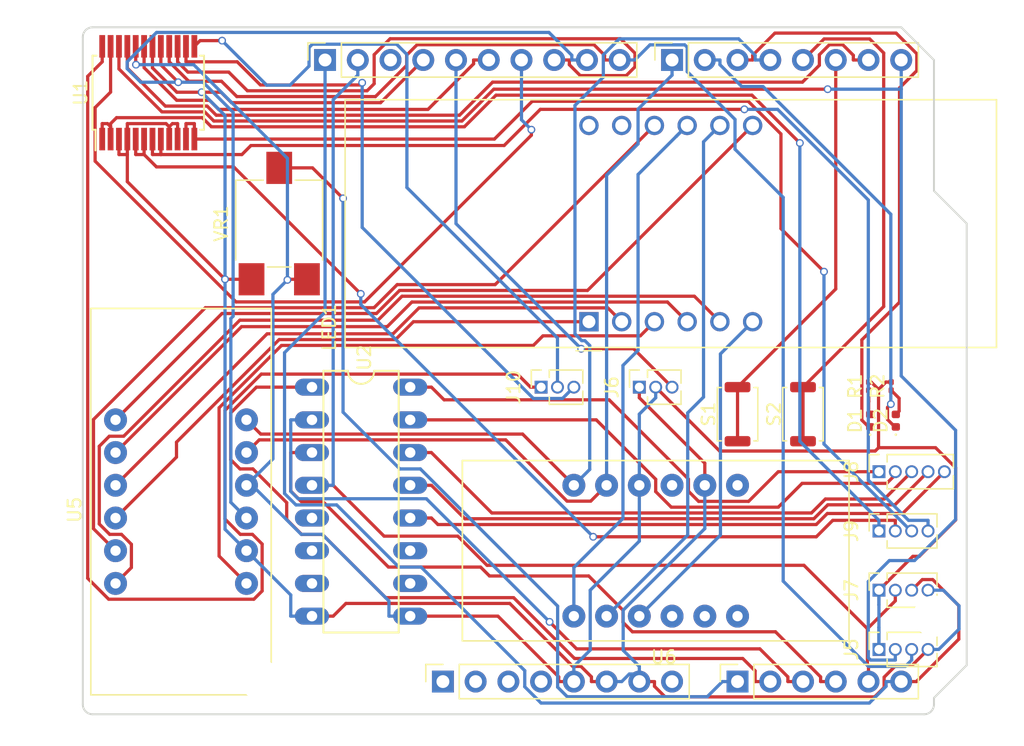
<source format=kicad_pcb>
(kicad_pcb (version 20221018) (generator pcbnew)
  (title_block (date "mar. 31 mars 2015"))
  (layers (0 "F.Cu" signal) (31 "B.Cu" signal) (34 "B.Paste" user) (35 "F.Paste" user) (36 "B.SilkS" user "B.Silkscreen") (37 "F.SilkS" user "F.Silkscreen") (38 "B.Mask" user) (39 "F.Mask" user) (44 "Edge.Cuts" user))
  (net 0 "")
  (net 1 "GND")
  (net 3 "+5V")
  (net 4 "/IOREF")
  (net 5 "/A0")
  (net 6 "/A1")
  (net 7 "/A2")
  (net 8 "/A3")
  (net 9 "/SDA{slash}A4")
  (net 10 "/SCL{slash}A5")
  (net 11 "/13")
  (net 12 "/12")
  (net 13 "/AREF")
  (net 14 "/8")
  (net 15 "/7")
  (net 16 "/*11")
  (net 17 "/*10")
  (net 18 "/*9")
  (net 19 "/4")
  (net 20 "/2")
  (net 21 "/*6")
  (net 22 "/*5")
  (net 23 "/TX{slash}1")
  (net 24 "/*3")
  (net 25 "/RX{slash}0")
  (net 26 "+3V3")
  (net 27 "VCC")
  (net 28 "/~{RESET}")
  (net 29 "Net-(D1-Pad2)")
  (net 30 "Net-(D2-Pad2)")
  (net 31 "Net-(J8-Pin_1)")
  (net 32 "Net-(J8-Pin_2)")
  (net 33 "Net-(J8-Pin_3)")
  (net 34 "Net-(J8-Pin_4)")
  (net 35 "Net-(J8-Pin_5)")
  (net 36 "Net-(J9-Pin_1)")
  (net 37 "Net-(J9-Pin_2)")
  (net 38 "Net-(J9-Pin_3)")
  (net 39 "Net-(J9-Pin_4)")
  (net 40 "Net-(J10-Pin_1)")
  (net 41 "Net-(J10-Pin_2)")
  (net 42 "Net-(J10-Pin_3)")
  (net 43 "Net-(LED1-E)")
  (net 44 "Net-(LED1-D)")
  (net 45 "Net-(LED1-DP)")
  (net 46 "Net-(LED1-C)")
  (net 47 "Net-(LED1-G)")
  (net 48 "Net-(LED1-DIG4)")
  (net 49 "Net-(LED1-B)")
  (net 50 "Net-(LED1-DIG3)")
  (net 51 "Net-(LED1-DIG2)")
  (net 52 "Net-(LED1-F)")
  (net 53 "Net-(LED1-A)")
  (net 54 "Net-(LED1-DIG1)")
  (net 59 "Net-(U5-A)")
  (footprint "Connector_PinSocket_2.54mm:PinSocket_1x08_P2.54mm_Vertical" (layer "F.Cu") (at 127.94 97.46 90)
    (fp_text reference "J1" hide)
    (fp_text value "Power")
  )
  (footprint "Connector_PinSocket_2.54mm:PinSocket_1x06_P2.54mm_Vertical" (layer "F.Cu") (at 150.8 97.46 90)
    (fp_text reference "J3" hide)
    (fp_text value "Analog")
  )
  (footprint "Connector_PinSocket_2.54mm:PinSocket_1x10_P2.54mm_Vertical" (layer "F.Cu") (at 118.796 49.2 90)
    (fp_text reference "J2" hide)
    (fp_text value "Digital/PWM")
  )
  (footprint "Connector_PinSocket_2.54mm:PinSocket_1x08_P2.54mm_Vertical" (layer "F.Cu") (at 145.72 49.2 90)
    (fp_text reference "J4" hide)
    (fp_text value "Digital/PWM")
  )
  (footprint "ULN2003A:DIL16" (layer "F.Cu") (at 121.59 83.49 -90)
    (fp_text reference "U2")
    (fp_text value "ULN2003")
  )
  (footprint "Connector_PinSocket_1.27mm:PinSocket_1x05_P1.27mm_Vertical" (layer "F.Cu") (at 161.7713 81.1662 90)
    (fp_text reference "J8")
    (fp_text value "Conn_01x05_Socket")
  )
  (footprint "Display_7Segment:CA56-12CGKWA" (layer "F.Cu") (at 139.2713 69.5212 90)
    (fp_text reference "LED1")
    (fp_text value "LDQ-M3604RI")
  )
  (footprint "LDQ-M3604RI (1):LDQ-M3604RI" (layer "F.Cu") (at 107.62 83.49 -90)
    (fp_text reference "U5")
    (fp_text value "MC74HC595AD")
  )
  (footprint "Connector_PinSocket_1.27mm:PinSocket_1x03_P1.27mm_Vertical" (layer "F.Cu") (at 143.18 74.6 90)
    (fp_text reference "J6")
    (fp_text value "Conn_01x03_Socket")
  )
  (footprint "Button_Switch_SMD:SW_Push_SPST_NO_Alps_SKRK" (layer "F.Cu") (at 155.88 76.7 90)
    (fp_text reference "S2")
    (fp_text value "8-1437565-1")
  )
  (footprint "Arduino_MountingHole:MountingHole_3.2mm" (layer "F.Cu") (at 115.24 49.2)
    (fp_text reference "MH1" hide)
    (fp_text value "MountingHole_3.2mm" hide)
  )
  (footprint "Resistor_SMD:R_0201_0603Metric" (layer "F.Cu") (at 162.7213 74.5262 90)
    (fp_text reference "R2")
    (fp_text value "RC0603JR-071KL")
  )
  (footprint "Potentiometer_SMD:Potentiometer_ACP_CA6-VSMD_Vertical" (layer "F.Cu") (at 115.24 61.9 90)
    (fp_text reference "VR1")
    (fp_text value "3362P-1-103LF")
  )
  (footprint "Resistor_SMD:R_0201_0603Metric" (layer "F.Cu") (at 160.9713 74.5262 90)
    (fp_text reference "R1")
    (fp_text value "RC0603JR-071KL")
  )
  (footprint "Package_SO:SSOP-24_5.3x8.2mm_P0.65mm" (layer "F.Cu") (at 105.08 51.74 90)
    (fp_text reference "U1")
    (fp_text value "TB6612FNG")
  )
  (footprint "Button_Switch_SMD:SW_Push_SPST_NO_Alps_SKRK" (layer "F.Cu") (at 150.8 76.7 90)
    (fp_text reference "S1")
    (fp_text value "8-1437565-1")
  )
  (footprint "LDQ-M3604RI (1):LDQ-M3604RI" (layer "F.Cu") (at 144.45 87.3)
    (fp_text reference "U6")
    (fp_text value "MC74HC595AD")
  )
  (footprint "Connector_PinSocket_1.27mm:PinSocket_1x03_P1.27mm_Vertical" (layer "F.Cu") (at 135.56 74.6 90)
    (fp_text reference "J10")
    (fp_text value "Conn_01x03_Socket")
  )
  (footprint "Connector_PinSocket_1.27mm:PinSocket_1x04_P1.27mm_Vertical" (layer "F.Cu") (at 161.7713 90.3662 90)
    (fp_text reference "J7")
    (fp_text value "Conn_01x04_Socket")
  )
  (footprint "Connector_PinSocket_1.27mm:PinSocket_1x04_P1.27mm_Vertical" (layer "F.Cu") (at 161.7713 85.7662 90)
    (fp_text reference "J9")
    (fp_text value "Conn_01x04_Socket")
  )
  (footprint "LED_SMD:LED_0402_1005Metric" (layer "F.Cu") (at 163.0813 77.2012 90)
    (fp_text reference "D2")
    (fp_text value "LTST-C193TGKT-5A")
  )
  (footprint "Arduino_MountingHole:MountingHole_3.2mm" (layer "F.Cu") (at 113.97 97.46)
    (fp_text reference "MH2" hide)
    (fp_text value "MountingHole_3.2mm" hide)
  )
  (footprint "LED_SMD:LED_0402_1005Metric" (layer "F.Cu") (at 161.0913 77.2012 90)
    (fp_text reference "D1")
    (fp_text value "LTST-C193TGKT-5A")
  )
  (footprint "Arduino_MountingHole:MountingHole_3.2mm" (layer "F.Cu") (at 166.04 64.44)
    (fp_text reference "MH3" hide)
    (fp_text value "MountingHole_3.2mm" hide)
  )
  (footprint "Arduino_MountingHole:MountingHole_3.2mm" (layer "F.Cu") (at 166.04 92.38)
    (fp_text reference "MH4" hide)
    (fp_text value "MountingHole_3.2mm" hide)
  )
  (footprint "Connector_PinSocket_1.27mm:PinSocket_1x04_P1.27mm_Vertical" (layer "F.Cu") (at 161.7713 94.9662 90)
    (fp_text reference "J5")
    (fp_text value "Conn_01x04_Socket")
  )
  (gr_line (start 166.04 59.36) (end 168.58 61.9) (stroke (width 0.15)) (layer "Edge.Cuts"))
  (gr_line (start 100 99.238) (end 100 47.422) (stroke (width 0.15)) (layer "Edge.Cuts"))
  (gr_line (start 168.58 61.9) (end 168.58 96.19) (stroke (width 0.15)) (layer "Edge.Cuts"))
  (gr_line (start 165.278 100) (end 100.762 100) (stroke (width 0.15)) (layer "Edge.Cuts"))
  (gr_line (start 100.762 46.66) (end 163.5 46.66) (stroke (width 0.15)) (layer "Edge.Cuts"))
  (gr_arc (start 100.762 100) (mid 100.223185 99.776815) (end 100 99.238) (stroke (width 0.15)) (layer "Edge.Cuts"))
  (gr_line (start 168.58 96.19) (end 166.04 98.73) (stroke (width 0.15)) (layer "Edge.Cuts"))
  (gr_line (start 163.5 46.66) (end 166.04 49.2) (stroke (width 0.15)) (layer "Edge.Cuts"))
  (gr_arc (start 166.04 99.238) (mid 165.816815 99.776815) (end 165.278 100) (stroke (width 0.15)) (layer "Edge.Cuts"))
  (gr_line (start 166.04 49.2) (end 166.04 59.36) (stroke (width 0.15)) (layer "Edge.Cuts"))
  (gr_line (start 166.04 98.73) (end 166.04 99.238) (stroke (width 0.15)) (layer "Edge.Cuts"))
  (gr_arc (start 100 47.422) (mid 100.223185 46.883185) (end 100.762 46.66) (stroke (width 0.15)) (layer "Edge.Cuts"))
  (segment (start 105.405 49.8107) (end 107.296 51.7019) (width 0.25) (layer "F.Cu") (net 1))
  (segment (start 143.18 97.46) (end 144.355 97.46) (width 0.25) (layer "F.Cu") (net 1))
  (segment (start 102.805 55.34) (end 102.805 56.5401) (width 0.25) (layer "F.Cu") (net 1))
  (segment (start 102.805 56.5401) (end 103.455 56.5401) (width 0.25) (layer "F.Cu") (net 1))
  (segment (start 143.18 75.4251) (end 148.26 80.5051) (width 0.25) (layer "F.Cu") (net 1))
  (segment (start 145.178 98.6485) (end 161.438 98.6485) (width 0.25) (layer "F.Cu") (net 1))
  (segment (start 106.461 54.1399) (end 106.705 54.3836) (width 0.25) (layer "F.Cu") (net 1))
  (segment (start 148.26 80.5051) (end 148.26 82.22) (width 0.25) (layer "F.Cu") (net 1))
  (segment (start 105.405 48.14) (end 105.405 49.8107) (width 0.25) (layer "F.Cu") (net 1))
  (segment (start 113.09 66.225) (end 111.035 66.225) (width 0.25) (layer "F.Cu") (net 1))
  (segment (start 139.465 97.46) (end 140.64 97.46) (width 0.25) (layer "F.Cu") (net 1))
  (segment (start 103.455 56.5401) (end 103.455 58.6447) (width 0.25) (layer "F.Cu") (net 1))
  (segment (start 162.173 97.9139) (end 162.173 97.1193) (width 0.25) (layer "F.Cu") (net 1))
  (segment (start 143.18 74.6) (end 143.18 75.4251) (width 0.25) (layer "F.Cu") (net 1))
  (segment (start 126.416 49.2) (end 123.103 52.513) (width 0.25) (layer "F.Cu") (net 1))
  (segment (start 123.103 52.513) (end 111.536 52.513) (width 0.25) (layer "F.Cu") (net 1))
  (segment (start 163.097 96.1949) (end 164.353 96.1949) (width 0.25) (layer "F.Cu") (net 1))
  (segment (start 107.355 54.1399) (end 106.949 54.1399) (width 0.25) (layer "F.Cu") (net 1))
  (segment (start 120.412 91.3944) (end 133.128 91.3944) (width 0.25) (layer "F.Cu") (net 1))
  (segment (start 103.455 54.1399) (end 106.461 54.1399) (width 0.25) (layer "F.Cu") (net 1))
  (segment (start 103.455 56.5401) (end 103.455 55.34) (width 0.25) (layer "F.Cu") (net 1))
  (segment (start 162.173 97.1193) (end 163.097 96.1949) (width 0.25) (layer "F.Cu") (net 1))
  (segment (start 138.012 96.2787) (end 138.649 96.2787) (width 0.25) (layer "F.Cu") (net 1))
  (segment (start 106.705 54.3836) (end 106.705 55.34) (width 0.25) (layer "F.Cu") (net 1))
  (segment (start 103.455 58.6447) (end 111.035 66.225) (width 0.25) (layer "F.Cu") (net 1))
  (segment (start 109.22 51.7019) (end 109.22 51.702) (width 0.25) (layer "F.Cu") (net 1))
  (segment (start 107.355 55.34) (end 107.355 54.1399) (width 0.25) (layer "F.Cu") (net 1))
  (segment (start 164.353 96.1949) (end 165.581 94.9662) (width 0.25) (layer "F.Cu") (net 1))
  (segment (start 117.78 92.38) (end 119.426 92.38) (width 0.25) (layer "F.Cu") (net 1))
  (segment (start 138.649 96.2787) (end 139.465 97.0948) (width 0.25) (layer "F.Cu") (net 1))
  (segment (start 110.725 51.702) (end 109.22 51.702) (width 0.25) (layer "F.Cu") (net 1))
  (segment (start 144.355 97.8253) (end 145.178 98.6485) (width 0.25) (layer "F.Cu") (net 1))
  (segment (start 103.455 55.34) (end 103.455 54.1399) (width 0.25) (layer "F.Cu") (net 1))
  (segment (start 119.426 92.38) (end 120.412 91.3944) (width 0.25) (layer "F.Cu") (net 1))
  (segment (start 111.536 52.513) (end 110.725 51.702) (width 0.25) (layer "F.Cu") (net 1))
  (segment (start 165.5813 94.9662) (end 165.581 94.9662) (width 0.25) (layer "F.Cu") (net 1))
  (segment (start 107.296 51.7019) (end 109.22 51.7019) (width 0.25) (layer "F.Cu") (net 1))
  (segment (start 139.465 97.0948) (end 139.465 97.46) (width 0.25) (layer "F.Cu") (net 1))
  (segment (start 144.355 97.46) (end 144.355 97.8253) (width 0.25) (layer "F.Cu") (net 1))
  (segment (start 161.438 98.6485) (end 162.173 97.9139) (width 0.25) (layer "F.Cu") (net 1))
  (segment (start 133.128 91.3944) (end 138.012 96.2787) (width 0.25) (layer "F.Cu") (net 1))
  (segment (start 106.949 54.1399) (end 106.705 54.3836) (width 0.25) (layer "F.Cu") (net 1))
  (via (at 111.035 66.225) (size 0.6) (drill 0.4) (layers "F.Cu" "B.Cu") (net 1))
  (via (at 109.22 51.702) (size 0.6) (drill 0.4) (layers "F.Cu" "B.Cu") (net 1))
  (segment (start 111.035 85.6353) (end 111.035 66.225) (width 0.25) (layer "B.Cu") (net 1))
  (segment (start 116.134 92.38) (end 117.78 92.38) (width 0.25) (layer "B.Cu") (net 1))
  (segment (start 116.134 90.7341) (end 116.134 92.38) (width 0.25) (layer "B.Cu") (net 1))
  (segment (start 143.18 97.46) (end 143.18 96.8724) (width 0.25) (layer "B.Cu") (net 1))
  (segment (start 167.985 93.388) (end 167.985 91.5822) (width 0.25) (layer "B.Cu") (net 1))
  (segment (start 166.406 94.9662) (end 167.985 93.388) (width 0.25) (layer "B.Cu") (net 1))
  (segment (start 112.7 87.3) (end 116.134 90.7341) (width 0.25) (layer "B.Cu") (net 1))
  (segment (start 112.7 87.3) (end 111.035 85.6353) (width 0.25) (layer "B.Cu") (net 1))
  (segment (start 165.5813 90.3662) (end 165.581 90.3662) (width 0.25) (layer "B.Cu") (net 1))
  (segment (start 143.18 96.8724) (end 143.18 96.2849) (width 0.25) (layer "B.Cu") (net 1))
  (segment (start 165.5813 94.9662) (end 166.406 94.9662) (width 0.25) (layer "B.Cu") (net 1))
  (segment (start 142.403 96.8724) (end 143.18 96.8724) (width 0.25) (layer "B.Cu") (net 1))
  (segment (start 141.927 91.9159) (end 148.26 85.583) (width 0.25) (layer "B.Cu") (net 1))
  (segment (start 148.26 85.583) (end 148.26 82.22) (width 0.25) (layer "B.Cu") (net 1))
  (segment (start 141.927 95.032) (end 141.927 91.9159) (width 0.25) (layer "B.Cu") (net 1))
  (segment (start 141.815 97.46) (end 142.403 96.8724) (width 0.25) (layer "B.Cu") (net 1))
  (segment (start 140.64 97.46) (end 141.815 97.46) (width 0.25) (layer "B.Cu") (net 1))
  (segment (start 111.035 53.5168) (end 109.22 51.702) (width 0.25) (layer "B.Cu") (net 1))
  (segment (start 143.18 96.2849) (end 141.927 95.032) (width 0.25) (layer "B.Cu") (net 1))
  (segment (start 166.769 90.3662) (end 165.5813 90.3662) (width 0.25) (layer "B.Cu") (net 1))
  (segment (start 165.581 94.9662) (end 165.5813 94.9662) (width 0.25) (layer "B.Cu") (net 1))
  (segment (start 111.035 66.225) (end 111.035 53.5168) (width 0.25) (layer "B.Cu") (net 1))
  (segment (start 167.985 91.5822) (end 166.769 90.3662) (width 0.25) (layer "B.Cu") (net 1))
  (segment (start 164.4 87.7377) (end 164.902 87.7377) (width 0.25) (layer "F.Cu") (net 3))
  (segment (start 161.169 74.2062) (end 160.9713 74.2062) (width 0.25) (layer "F.Cu") (net 3))
  (segment (start 125.4 92.38) (end 132.21 92.38) (width 0.25) (layer "F.Cu") (net 3))
  (segment (start 136.925 97.0948) (end 136.925 97.46) (width 0.25) (layer "F.Cu") (net 3))
  (segment (start 104.125 49.3598) (end 104.125 49.563) (width 0.25) (layer "F.Cu") (net 3))
  (segment (start 104.105 49.3401) (end 104.125 49.3598) (width 0.25) (layer "F.Cu") (net 3))
  (segment (start 161.74 79.3008) (end 161.482 79.5593) (width 0.25) (layer "F.Cu") (net 3))
  (segment (start 167.72 80.8551) (end 166.166 79.3008) (width 0.25) (layer "F.Cu") (net 3))
  (segment (start 162.312 74.2062) (end 162.721 74.2062) (width 0.25) (layer "F.Cu") (net 3))
  (segment (start 161.482 79.5593) (end 149.409 79.5593) (width 0.25) (layer "F.Cu") (net 3))
  (segment (start 161.74 74.7774) (end 162.312 74.2062) (width 0.25) (layer "F.Cu") (net 3))
  (segment (start 104.105 48.14) (end 104.105 49.3401) (width 0.25) (layer "F.Cu") (net 3))
  (segment (start 161.74 79.3008) (end 161.74 74.7774) (width 0.25) (layer "F.Cu") (net 3))
  (segment (start 161.771 90.3662) (end 161.7712 90.3661) (width 0.25) (layer "F.Cu") (net 3))
  (segment (start 167.72 84.9193) (end 167.72 80.8551) (width 0.25) (layer "F.Cu") (net 3))
  (segment (start 161.7713 90.3662) (end 161.7712 90.3661) (width 0.25) (layer "F.Cu") (net 3))
  (segment (start 132.21 92.38) (end 136.925 97.0948) (width 0.25) (layer "F.Cu") (net 3))
  (segment (start 161.7712 90.3661) (end 164.4 87.7377) (width 0.25) (layer "F.Cu") (net 3))
  (segment (start 164.902 87.7377) (end 167.72 84.9193) (width 0.25) (layer "F.Cu") (net 3))
  (segment (start 116.065 66.225) (end 116.019 66.2711) (width 0.25) (layer "F.Cu") (net 3))
  (segment (start 161.74 74.7774) (end 161.169 74.2062) (width 0.25) (layer "F.Cu") (net 3))
  (segment (start 149.409 79.5593) (end 144.45 74.6) (width 0.25) (layer "F.Cu") (net 3))
  (segment (start 117.39 66.225) (end 116.065 66.225) (width 0.25) (layer "F.Cu") (net 3))
  (segment (start 136.925 97.46) (end 138.1 97.46) (width 0.25) (layer "F.Cu") (net 3))
  (segment (start 116.019 66.2711) (end 115.877 66.2711) (width 0.25) (layer "F.Cu") (net 3))
  (segment (start 166.166 79.3008) (end 161.74 79.3008) (width 0.25) (layer "F.Cu") (net 3))
  (segment (start 162.721 74.2062) (end 162.7213 74.2062) (width 0.25) (layer "F.Cu") (net 3))
  (segment (start 160.9713 74.2062) (end 160.971 74.2062) (width 0.25) (layer "F.Cu") (net 3))
  (via (at 115.877 66.2711) (size 0.6) (drill 0.4) (layers "F.Cu" "B.Cu") (net 3))
  (via (at 104.125 49.563) (size 0.6) (drill 0.4) (layers "F.Cu" "B.Cu") (net 3))
  (segment (start 161.771 91.5162) (end 161.7713 91.5159) (width 0.25) (layer "B.Cu") (net 3))
  (segment (start 115.877 56.8358) (end 108.604 49.563) (width 0.25) (layer "B.Cu") (net 3))
  (segment (start 112.7 82.22) (end 112.919 82.001) (width 0.25) (layer "B.Cu") (net 3))
  (segment (start 161.7713 93.2415) (end 161.7713 94.9662) (width 0.25) (layer "B.Cu") (net 3))
  (segment (start 161.7713 91.5159) (end 161.7713 90.3662) (width 0.25) (layer "B.Cu") (net 3))
  (segment (start 118.573 86.0267) (end 123.754 91.2079) (width 0.25) (layer "B.Cu") (net 3))
  (segment (start 143.18 86.555) (end 143.18 82.22) (width 0.25) (layer "B.Cu") (net 3))
  (segment (start 143.18 76.6951) (end 143.18 82.22) (width 0.25) (layer "B.Cu") (net 3))
  (segment (start 114.752 67.3962) (end 114.752 80.1679) (width 0.25) (layer "B.Cu") (net 3))
  (segment (start 108.604 49.563) (end 104.125 49.563) (width 0.25) (layer "B.Cu") (net 3))
  (segment (start 123.754 92.38) (end 125.4 92.38) (width 0.25) (layer "B.Cu") (net 3))
  (segment (start 144.45 74.6) (end 144.45 75.4251) (width 0.25) (layer "B.Cu") (net 3))
  (segment (start 112.919 82.001) (end 116.945 86.0267) (width 0.25) (layer "B.Cu") (net 3))
  (segment (start 161.771 90.3662) (end 161.771 91.5162) (width 0.25) (layer "B.Cu") (net 3))
  (segment (start 114.752 80.1679) (end 112.919 82.001) (width 0.25) (layer "B.Cu") (net 3))
  (segment (start 161.771 93.2412) (end 161.7713 93.2415) (width 0.25) (layer "B.Cu") (net 3))
  (segment (start 161.771 93.2412) (end 161.771 94.9662) (width 0.25) (layer "B.Cu") (net 3))
  (segment (start 138.1 96.2849) (end 139.37 95.0149) (width 0.25) (layer "B.Cu") (net 3))
  (segment (start 116.945 86.0267) (end 118.573 86.0267) (width 0.25) (layer "B.Cu") (net 3))
  (segment (start 139.37 95.0149) (end 139.37 90.365) (width 0.25) (layer "B.Cu") (net 3))
  (segment (start 123.754 91.2079) (end 123.754 92.38) (width 0.25) (layer "B.Cu") (net 3))
  (segment (start 115.877 66.2711) (end 114.752 67.3962) (width 0.25) (layer "B.Cu") (net 3))
  (segment (start 138.1 97.46) (end 138.1 96.2849) (width 0.25) (layer "B.Cu") (net 3))
  (segment (start 161.771 91.5162) (end 161.771 93.2412) (width 0.25) (layer "B.Cu") (net 3))
  (segment (start 144.45 75.4251) (end 143.18 76.6951) (width 0.25) (layer "B.Cu") (net 3))
  (segment (start 115.877 66.2711) (end 115.877 56.8358) (width 0.25) (layer "B.Cu") (net 3))
  (segment (start 139.37 90.365) (end 143.18 86.555) (width 0.25) (layer "B.Cu") (net 3))
  (segment (start 115.24 57.575) (end 117.823 57.575) (width 0.25) (layer "F.Cu") (net 5))
  (segment (start 117.823 57.575) (end 120.192 59.9442) (width 0.25) (layer "F.Cu") (net 5))
  (via (at 120.192 59.9442) (size 0.6) (drill 0.4) (layers "F.Cu" "B.Cu") (net 5))
  (segment (start 136.841 97.8916) (end 136.841 91.5995) (width 0.25) (layer "B.Cu") (net 5))
  (segment (start 137.584 98.6351) (end 136.841 97.8916) (width 0.25) (layer "B.Cu") (net 5))
  (segment (start 136.841 91.5995) (end 126.191 80.95) (width 0.25) (layer "B.Cu") (net 5))
  (segment (start 124.599 80.95) (end 120.192 76.5435) (width 0.25) (layer "B.Cu") (net 5))
  (segment (start 148.45 98.6351) (end 137.584 98.6351) (width 0.25) (layer "B.Cu") (net 5))
  (segment (start 149.625 97.46) (end 148.45 98.6351) (width 0.25) (layer "B.Cu") (net 5))
  (segment (start 150.8 97.46) (end 149.625 97.46) (width 0.25) (layer "B.Cu") (net 5))
  (segment (start 120.192 76.5435) (end 120.192 59.9442) (width 0.25) (layer "B.Cu") (net 5))
  (segment (start 126.191 80.95) (end 124.599 80.95) (width 0.25) (layer "B.Cu") (net 5))
  (segment (start 111.48 80.2363) (end 111.48 76.5918) (width 0.25) (layer "F.Cu") (net 6))
  (segment (start 115.819 83.5679) (end 113.201 80.95) (width 0.25) (layer "F.Cu") (net 6))
  (segment (start 113.201 80.95) (end 112.194 80.95) (width 0.25) (layer "F.Cu") (net 6))
  (segment (start 153.34 97.46) (end 152.165 97.46) (width 0.25) (layer "F.Cu") (net 6))
  (segment (start 111.48 76.5918) (end 113.472 74.6) (width 0.25) (layer "F.Cu") (net 6))
  (segment (start 116.973 86.03) (end 115.819 84.876) (width 0.25) (layer "F.Cu") (net 6))
  (segment (start 123.497 90.9442) (end 118.583 86.03) (width 0.25) (layer "F.Cu") (net 6))
  (segment (start 113.472 74.6) (end 117.78 74.6) (width 0.25) (layer "F.Cu") (net 6))
  (segment (start 118.583 86.03) (end 116.973 86.03) (width 0.25) (layer "F.Cu") (net 6))
  (segment (start 133.427 90.9442) (end 123.497 90.9442) (width 0.25) (layer "F.Cu") (net 6))
  (segment (start 151.205 95.6694) (end 138.152 95.6694) (width 0.25) (layer "F.Cu") (net 6))
  (segment (start 152.165 97.46) (end 152.165 96.629) (width 0.25) (layer "F.Cu") (net 6))
  (segment (start 115.819 84.876) (end 115.819 83.5679) (width 0.25) (layer "F.Cu") (net 6))
  (segment (start 112.194 80.95) (end 111.48 80.2363) (width 0.25) (layer "F.Cu") (net 6))
  (segment (start 138.152 95.6694) (end 133.427 90.9442) (width 0.25) (layer "F.Cu") (net 6))
  (segment (start 152.165 96.629) (end 151.205 95.6694) (width 0.25) (layer "F.Cu") (net 6))
  (segment (start 138.315 94.9223) (end 152.532 94.9223) (width 0.25) (layer "F.Cu") (net 7))
  (segment (start 154.705 97.0948) (end 154.705 97.46) (width 0.25) (layer "F.Cu") (net 7))
  (segment (start 154.705 97.46) (end 155.88 97.46) (width 0.25) (layer "F.Cu") (net 7))
  (segment (start 152.532 94.9223) (end 154.705 97.0948) (width 0.25) (layer "F.Cu") (net 7))
  (segment (start 136.216 92.8226) (end 138.315 94.9223) (width 0.25) (layer "F.Cu") (net 7))
  (via (at 136.216 92.8226) (size 0.6) (drill 0.4) (layers "F.Cu" "B.Cu") (net 7))
  (segment (start 116.134 77.14) (end 116.134 82.6916) (width 0.25) (layer "B.Cu") (net 7))
  (segment (start 116.134 82.6916) (end 116.708 83.2659) (width 0.25) (layer "B.Cu") (net 7))
  (segment (start 126.659 83.2659) (end 136.216 92.8226) (width 0.25) (layer "B.Cu") (net 7))
  (segment (start 117.78 77.14) (end 116.134 77.14) (width 0.25) (layer "B.Cu") (net 7))
  (segment (start 116.708 83.2659) (end 126.659 83.2659) (width 0.25) (layer "B.Cu") (net 7))
  (segment (start 141.91 92.8607) (end 141.91 91.9175) (width 0.25) (layer "F.Cu") (net 8))
  (segment (start 141.91 91.9175) (end 139.254 89.2612) (width 0.25) (layer "F.Cu") (net 8))
  (segment (start 153.744 93.5942) (end 142.644 93.5942) (width 0.25) (layer "F.Cu") (net 8))
  (segment (start 158.42 97.46) (end 157.245 97.46) (width 0.25) (layer "F.Cu") (net 8))
  (segment (start 131.555 89.2612) (end 130.863 88.57) (width 0.25) (layer "F.Cu") (net 8))
  (segment (start 116.134 82.666) (end 116.134 79.68) (width 0.25) (layer "F.Cu") (net 8))
  (segment (start 118.634 83.49) (end 116.958 83.49) (width 0.25) (layer "F.Cu") (net 8))
  (segment (start 116.134 79.68) (end 117.78 79.68) (width 0.25) (layer "F.Cu") (net 8))
  (segment (start 130.863 88.57) (end 123.714 88.57) (width 0.25) (layer "F.Cu") (net 8))
  (segment (start 157.245 97.46) (end 157.245 97.0948) (width 0.25) (layer "F.Cu") (net 8))
  (segment (start 157.245 97.0948) (end 153.744 93.5942) (width 0.25) (layer "F.Cu") (net 8))
  (segment (start 142.644 93.5942) (end 141.91 92.8607) (width 0.25) (layer "F.Cu") (net 8))
  (segment (start 116.958 83.49) (end 116.134 82.666) (width 0.25) (layer "F.Cu") (net 8))
  (segment (start 123.714 88.57) (end 118.634 83.49) (width 0.25) (layer "F.Cu") (net 8))
  (segment (start 139.254 89.2612) (end 131.555 89.2612) (width 0.25) (layer "F.Cu") (net 8))
  (segment (start 131.363 88.4325) (end 155.954 88.4325) (width 0.25) (layer "F.Cu") (net 9))
  (segment (start 163.0413 90.7784) (end 163.0413 90.3662) (width 0.25) (layer "F.Cu") (net 9))
  (segment (start 160.877 96.2018) (end 160.877 93.3557) (width 0.25) (layer "F.Cu") (net 9))
  (segment (start 163.041 90.7787) (end 163.041 91.1913) (width 0.25) (layer "F.Cu") (net 9))
  (segment (start 163.041 90.3662) (end 163.041 90.7787) (width 0.25) (layer "F.Cu") (net 9))
  (segment (start 160.96 97.46) (end 160.96 96.2849) (width 0.25) (layer "F.Cu") (net 9))
  (segment (start 163.041 90.7787) (end 163.0413 90.7784) (width 0.25) (layer "F.Cu") (net 9))
  (segment (start 123.374 86.1684) (end 129.098 86.1684) (width 0.25) (layer "F.Cu") (net 9))
  (segment (start 155.954 88.4325) (end 160.877 93.3557) (width 0.25) (layer "F.Cu") (net 9))
  (segment (start 163.041 91.1913) (end 160.877 93.3557) (width 0.25) (layer "F.Cu") (net 9))
  (segment (start 160.96 96.2849) (end 160.877 96.2018) (width 0.25) (layer "F.Cu") (net 9))
  (segment (start 119.426 82.22) (end 123.374 86.1684) (width 0.25) (layer "F.Cu") (net 9))
  (segment (start 129.098 86.1684) (end 131.363 88.4325) (width 0.25) (layer "F.Cu") (net 9))
  (segment (start 117.78 82.22) (end 119.426 82.22) (width 0.25) (layer "F.Cu") (net 9))
  (segment (start 119.426 52.2852) (end 119.426 82.22) (width 0.25) (layer "B.Cu") (net 9))
  (segment (start 121.336 50.3751) (end 119.426 52.2852) (width 0.25) (layer "B.Cu") (net 9))
  (segment (start 121.336 49.2) (end 121.336 50.3751) (width 0.25) (layer "B.Cu") (net 9))
  (segment (start 119.426 82.22) (end 117.78 82.22) (width 0.25) (layer "B.Cu") (net 9))
  (segment (start 163.5 97.46) (end 164.675 97.46) (width 0.25) (layer "F.Cu") (net 10))
  (segment (start 164.3112 90.3661) (end 164.311 90.3662) (width 0.25) (layer "F.Cu") (net 10))
  (segment (start 167.968 94.1672) (end 167.968 91.5655) (width 0.25) (layer "F.Cu") (net 10))
  (segment (start 165.137 89.5409) (end 164.3112 90.3661) (width 0.25) (layer "F.Cu") (net 10))
  (segment (start 164.3113 90.3662) (end 164.3112 90.3661) (width 0.25) (layer "F.Cu") (net 10))
  (segment (start 167.968 91.5655) (end 165.943 89.5409) (width 0.25) (layer "F.Cu") (net 10))
  (segment (start 164.675 97.46) (end 167.968 94.1672) (width 0.25) (layer "F.Cu") (net 10))
  (segment (start 165.943 89.5409) (end 165.137 89.5409) (width 0.25) (layer "F.Cu") (net 10))
  (segment (start 134.29 96.6121) (end 134.29 97.8621) (width 0.25) (layer "B.Cu") (net 10))
  (segment (start 118.796 68.7794) (end 115.652 71.9232) (width 0.25) (layer "B.Cu") (net 10))
  (segment (start 118.796 49.2) (end 118.796 68.7794) (width 0.25) (layer "B.Cu") (net 10))
  (segment (start 124.522 88.57) (end 126.248 88.57) (width 0.25) (layer "B.Cu") (net 10))
  (segment (start 161.025 99.127) (end 162.325 97.8272) (width 0.25) (layer "B.Cu") (net 10))
  (segment (start 116.538 83.7452) (end 119.698 83.7452) (width 0.25) (layer "B.Cu") (net 10))
  (segment (start 126.248 88.57) (end 134.29 96.6121) (width 0.25) (layer "B.Cu") (net 10))
  (segment (start 162.325 97.46) (end 163.5 97.46) (width 0.25) (layer "B.Cu") (net 10))
  (segment (start 119.698 83.7452) (end 124.522 88.57) (width 0.25) (layer "B.Cu") (net 10))
  (segment (start 162.325 97.8272) (end 162.325 97.46) (width 0.25) (layer "B.Cu") (net 10))
  (segment (start 135.555 99.127) (end 161.025 99.127) (width 0.25) (layer "B.Cu") (net 10))
  (segment (start 134.29 97.8621) (end 135.555 99.127) (width 0.25) (layer "B.Cu") (net 10))
  (segment (start 115.652 71.9232) (end 115.652 82.8591) (width 0.25) (layer "B.Cu") (net 10))
  (segment (start 115.652 82.8591) (end 116.538 83.7452) (width 0.25) (layer "B.Cu") (net 10))
  (segment (start 142.74 71.6198) (end 138.67 71.6198) (width 0.25) (layer "F.Cu") (net 11))
  (segment (start 145.72 74.6) (end 142.74 71.6198) (width 0.25) (layer "F.Cu") (net 11))
  (via (at 138.67 71.6198) (size 0.6) (drill 0.4) (layers "F.Cu" "B.Cu") (net 11))
  (segment (start 128.956 49.2) (end 128.956 61.9058) (width 0.25) (layer "B.Cu") (net 11))
  (segment (start 128.956 61.9058) (end 138.67 71.6198) (width 0.25) (layer "B.Cu") (net 11))
  (segment (start 110.539 53.0365) (end 126.782 53.0365) (width 0.25) (layer "F.Cu") (net 12))
  (segment (start 104.755 48.14) (end 104.755 49.7973) (width 0.25) (layer "F.Cu") (net 12))
  (segment (start 130.321 49.4978) (end 130.321 49.2) (width 0.25) (layer "F.Cu") (net 12))
  (segment (start 130.321 49.2) (end 131.496 49.2) (width 0.25) (layer "F.Cu") (net 12))
  (segment (start 109.829 52.3271) (end 110.539 53.0365) (width 0.25) (layer "F.Cu") (net 12))
  (segment (start 107.285 52.3271) (end 109.829 52.3271) (width 0.25) (layer "F.Cu") (net 12))
  (segment (start 104.755 49.7973) (end 107.285 52.3271) (width 0.25) (layer "F.Cu") (net 12))
  (segment (start 126.782 53.0365) (end 130.321 49.4978) (width 0.25) (layer "F.Cu") (net 12))
  (segment (start 111.949 52.0396) (end 122.706 52.0396) (width 0.25) (layer "F.Cu") (net 14))
  (segment (start 110.761 50.8518) (end 111.949 52.0396) (width 0.25) (layer "F.Cu") (net 14))
  (segment (start 140.481 48.8328) (end 140.481 49.2) (width 0.25) (layer "F.Cu") (net 14))
  (segment (start 122.706 52.0396) (end 125.129 49.6174) (width 0.25) (layer "F.Cu") (net 14))
  (segment (start 125.937 48.014) (end 139.662 48.014) (width 0.25) (layer "F.Cu") (net 14))
  (segment (start 106.705 48.14) (end 106.705 49.3401) (width 0.25) (layer "F.Cu") (net 14))
  (segment (start 125.129 48.8223) (end 125.937 48.014) (width 0.25) (layer "F.Cu") (net 14))
  (segment (start 125.129 49.6174) (end 125.129 48.8223) (width 0.25) (layer "F.Cu") (net 14))
  (segment (start 140.481 49.2) (end 141.656 49.2) (width 0.25) (layer "F.Cu") (net 14))
  (segment (start 139.662 48.014) (end 140.481 48.8328) (width 0.25) (layer "F.Cu") (net 14))
  (segment (start 106.705 49.3401) (end 108.217 50.8518) (width 0.25) (layer "F.Cu") (net 14))
  (segment (start 108.217 50.8518) (end 110.761 50.8518) (width 0.25) (layer "F.Cu") (net 14))
  (segment (start 154.342 59.8661) (end 154.342 89.6609) (width 0.25) (layer "B.Cu") (net 14))
  (segment (start 150.604 56.1283) (end 154.342 59.8661) (width 0.25) (layer "B.Cu") (net 14))
  (segment (start 164.3113 95.3784) (end 164.3113 94.9662) (width 0.25) (layer "B.Cu") (net 14))
  (segment (start 141.656 49.2) (end 142.831 49.2) (width 0.25) (layer "B.Cu") (net 14))
  (segment (start 150.604 53.8127) (end 150.604 56.1283) (width 0.25) (layer "B.Cu") (net 14))
  (segment (start 144.006 48.0248) (end 146.707 48.0248) (width 0.25) (layer "B.Cu") (net 14))
  (segment (start 146.895 48.213) (end 146.895 50.1039) (width 0.25) (layer "B.Cu") (net 14))
  (segment (start 142.831 49.2) (end 144.006 48.0248) (width 0.25) (layer "B.Cu") (net 14))
  (segment (start 146.707 48.0248) (end 146.895 48.213) (width 0.25) (layer "B.Cu") (net 14))
  (segment (start 164.311 95.3787) (end 164.311 94.9662) (width 0.25) (layer "B.Cu") (net 14))
  (segment (start 160.966 96.2848) (end 163.818 96.2848) (width 0.25) (layer "B.Cu") (net 14))
  (segment (start 164.311 95.7913) (end 164.311 95.3787) (width 0.25) (layer "B.Cu") (net 14))
  (segment (start 164.311 95.3787) (end 164.3113 95.3784) (width 0.25) (layer "B.Cu") (net 14))
  (segment (start 163.818 96.2848) (end 164.311 95.7913) (width 0.25) (layer "B.Cu") (net 14))
  (segment (start 154.342 89.6609) (end 160.966 96.2848) (width 0.25) (layer "B.Cu") (net 14))
  (segment (start 146.895 50.1039) (end 150.604 53.8127) (width 0.25) (layer "B.Cu") (net 14))
  (segment (start 140.64 82.22) (end 139.409 83.4509) (width 0.25) (layer "F.Cu") (net 15))
  (segment (start 113.686 78.6944) (end 112.7 79.68) (width 0.25) (layer "F.Cu") (net 15))
  (segment (start 132.814 78.6944) (end 113.686 78.6944) (width 0.25) (layer "F.Cu") (net 15))
  (segment (start 137.571 83.4509) (end 132.814 78.6944) (width 0.25) (layer "F.Cu") (net 15))
  (segment (start 139.409 83.4509) (end 137.571 83.4509) (width 0.25) (layer "F.Cu") (net 15))
  (segment (start 143.081 53.0138) (end 143.081 55.7085) (width 0.25) (layer "B.Cu") (net 15))
  (segment (start 145.72 49.2) (end 145.72 50.3751) (width 0.25) (layer "B.Cu") (net 15))
  (segment (start 140.64 58.1498) (end 140.64 82.22) (width 0.25) (layer "B.Cu") (net 15))
  (segment (start 145.72 50.3751) (end 143.081 53.0138) (width 0.25) (layer "B.Cu") (net 15))
  (segment (start 143.081 55.7085) (end 140.64 58.1498) (width 0.25) (layer "B.Cu") (net 15))
  (segment (start 100.955 57.052) (end 100.955 52.8932) (width 0.25) (layer "F.Cu") (net 16))
  (segment (start 111.886 67.9832) (end 100.955 57.052) (width 0.25) (layer "F.Cu") (net 16))
  (segment (start 102.155 51.693) (end 102.155 48.14) (width 0.25) (layer "F.Cu") (net 16))
  (segment (start 134.805 54.6101) (end 134.805 55.039) (width 0.25) (layer "F.Cu") (net 16))
  (segment (start 134.805 55.039) (end 121.861 67.9832) (width 0.25) (layer "F.Cu") (net 16))
  (segment (start 100.955 52.8932) (end 102.155 51.693) (width 0.25) (layer "F.Cu") (net 16))
  (segment (start 121.861 67.9832) (end 111.886 67.9832) (width 0.25) (layer "F.Cu") (net 16))
  (via (at 134.805 54.6101) (size 0.6) (drill 0.4) (layers "F.Cu" "B.Cu") (net 16))
  (segment (start 134.036 53.8411) (end 134.036 49.2) (width 0.25) (layer "B.Cu") (net 16))
  (segment (start 134.805 54.6101) (end 134.036 53.8411) (width 0.25) (layer "B.Cu") (net 16))
  (segment (start 142.165 50.4119) (end 138.596 50.4119) (width 0.25) (layer "F.Cu") (net 17))
  (segment (start 122.059 51.5895) (end 122.606 51.0429) (width 0.25) (layer "F.Cu") (net 17))
  (segment (start 108.153 50.1381) (end 111.321 50.1381) (width 0.25) (layer "F.Cu") (net 17))
  (segment (start 123.844 47.5513) (end 141.723 47.5513) (width 0.25) (layer "F.Cu") (net 17))
  (segment (start 122.606 48.789) (end 123.844 47.5513) (width 0.25) (layer "F.Cu") (net 17))
  (segment (start 107.355 48.14) (end 107.355 49.3401) (width 0.25) (layer "F.Cu") (net 17))
  (segment (start 111.321 50.1381) (end 112.772 51.5895) (width 0.25) (layer "F.Cu") (net 17))
  (segment (start 141.723 47.5513) (end 142.842 48.6702) (width 0.25) (layer "F.Cu") (net 17))
  (segment (start 107.355 49.3401) (end 108.153 50.1381) (width 0.25) (layer "F.Cu") (net 17))
  (segment (start 137.751 49.2) (end 136.576 49.2) (width 0.25) (layer "F.Cu") (net 17))
  (segment (start 142.842 48.6702) (end 142.842 49.7358) (width 0.25) (layer "F.Cu") (net 17))
  (segment (start 142.842 49.7358) (end 142.165 50.4119) (width 0.25) (layer "F.Cu") (net 17))
  (segment (start 122.606 51.0429) (end 122.606 48.789) (width 0.25) (layer "F.Cu") (net 17))
  (segment (start 112.772 51.5895) (end 122.059 51.5895) (width 0.25) (layer "F.Cu") (net 17))
  (segment (start 137.751 49.5672) (end 137.751 49.2) (width 0.25) (layer "F.Cu") (net 17))
  (segment (start 138.596 50.4119) (end 137.751 49.5672) (width 0.25) (layer "F.Cu") (net 17))
  (segment (start 107.405 50.9269) (end 106.055 49.5767) (width 0.25) (layer "F.Cu") (net 18))
  (segment (start 106.055 49.5767) (end 106.055 48.14) (width 0.25) (layer "F.Cu") (net 18))
  (via (at 107.405 50.9269) (size 0.6) (drill 0.4) (layers "F.Cu" "B.Cu") (net 18))
  (segment (start 105.721 47.0598) (end 103.442 49.3392) (width 0.25) (layer "B.Cu") (net 18))
  (segment (start 111.486 83.5458) (end 111.486 69.2703) (width 0.25) (layer "B.Cu") (net 18))
  (segment (start 137.941 48.8328) (end 136.168 47.0598) (width 0.25) (layer "B.Cu") (net 18))
  (segment (start 111.662 69.0943) (end 111.662 53.2571) (width 0.25) (layer "B.Cu") (net 18))
  (segment (start 103.442 49.8698) (end 104.499 50.9269) (width 0.25) (layer "B.Cu") (net 18))
  (segment (start 111.662 53.2571) (end 109.332 50.9269) (width 0.25) (layer "B.Cu") (net 18))
  (segment (start 111.486 69.2703) (end 111.662 69.0943) (width 0.25) (layer "B.Cu") (net 18))
  (segment (start 139.116 49.2) (end 137.941 49.2) (width 0.25) (layer "B.Cu") (net 18))
  (segment (start 136.168 47.0598) (end 105.721 47.0598) (width 0.25) (layer "B.Cu") (net 18))
  (segment (start 109.332 50.9269) (end 107.405 50.9269) (width 0.25) (layer "B.Cu") (net 18))
  (segment (start 103.442 49.3392) (end 103.442 49.8698) (width 0.25) (layer "B.Cu") (net 18))
  (segment (start 137.941 49.2) (end 137.941 48.8328) (width 0.25) (layer "B.Cu") (net 18))
  (segment (start 112.7 84.76) (end 111.486 83.5458) (width 0.25) (layer "B.Cu") (net 18))
  (segment (start 104.499 50.9269) (end 107.405 50.9269) (width 0.25) (layer "B.Cu") (net 18))
  (segment (start 134.124 78.2443) (end 138.1 82.22) (width 0.25) (layer "F.Cu") (net 19))
  (segment (start 113.804 78.2443) (end 134.124 78.2443) (width 0.25) (layer "F.Cu") (net 19))
  (segment (start 112.7 77.14) (end 113.804 78.2443) (width 0.25) (layer "F.Cu") (net 19))
  (segment (start 141.627 47.5582) (end 150.888 47.5582) (width 0.25) (layer "B.Cu") (net 19))
  (segment (start 139.331 80.9886) (end 139.331 71.3688) (width 0.25) (layer "B.Cu") (net 19))
  (segment (start 152.165 48.8348) (end 152.165 49.2) (width 0.25) (layer "B.Cu") (net 19))
  (segment (start 140.386 50.5254) (end 140.386 48.7988) (width 0.25) (layer "B.Cu") (net 19))
  (segment (start 138.1 82.22) (end 139.331 80.9886) (width 0.25) (layer "B.Cu") (net 19))
  (segment (start 152.165 49.2) (end 153.34 49.2) (width 0.25) (layer "B.Cu") (net 19))
  (segment (start 138.186 70.4674) (end 138.186 52.7259) (width 0.25) (layer "B.Cu") (net 19))
  (segment (start 138.186 52.7259) (end 140.386 50.5254) (width 0.25) (layer "B.Cu") (net 19))
  (segment (start 150.888 47.5582) (end 152.165 48.8348) (width 0.25) (layer "B.Cu") (net 19))
  (segment (start 138.957 70.9947) (end 138.713 70.9947) (width 0.25) (layer "B.Cu") (net 19))
  (segment (start 140.386 48.7988) (end 141.627 47.5582) (width 0.25) (layer "B.Cu") (net 19))
  (segment (start 138.713 70.9947) (end 138.186 70.4674) (width 0.25) (layer "B.Cu") (net 19))
  (segment (start 139.331 71.3688) (end 138.957 70.9947) (width 0.25) (layer "B.Cu") (net 19))
  (segment (start 158.42 66.98) (end 158.42 49.2) (width 0.25) (layer "F.Cu") (net 20))
  (segment (start 150.8 74.6) (end 158.42 66.98) (width 0.25) (layer "F.Cu") (net 20))
  (segment (start 150.8 78.8) (end 150.8 74.6) (width 0.25) (layer "F.Cu") (net 20))
  (segment (start 162.436 76.1739) (end 162.693 75.916) (width 0.25) (layer "F.Cu") (net 21))
  (segment (start 162.436 77.1118) (end 162.436 76.1739) (width 0.25) (layer "F.Cu") (net 21))
  (segment (start 163.081 77.6862) (end 163.0813 77.6862) (width 0.25) (layer "F.Cu") (net 21))
  (segment (start 163.01 77.6862) (end 162.436 77.1118) (width 0.25) (layer "F.Cu") (net 21))
  (segment (start 163.081 77.6862) (end 163.01 77.6862) (width 0.25) (layer "F.Cu") (net 21))
  (via (at 162.693 75.916) (size 0.6) (drill 0.4) (layers "F.Cu" "B.Cu") (net 21))
  (segment (start 162.693 61.1785) (end 152.776 51.2609) (width 0.25) (layer "B.Cu") (net 21))
  (segment (start 151.131 51.2609) (end 149.435 49.5653) (width 0.25) (layer "B.Cu") (net 21))
  (segment (start 149.435 49.2) (end 148.26 49.2) (width 0.25) (layer "B.Cu") (net 21))
  (segment (start 149.435 49.5653) (end 149.435 49.2) (width 0.25) (layer "B.Cu") (net 21))
  (segment (start 162.693 75.916) (end 162.693 61.1785) (width 0.25) (layer "B.Cu") (net 21))
  (segment (start 152.776 51.2609) (end 151.131 51.2609) (width 0.25) (layer "B.Cu") (net 21))
  (segment (start 153.699 47.1112) (end 163.103 47.1112) (width 0.25) (layer "F.Cu") (net 22))
  (segment (start 151.975 48.8347) (end 153.699 47.1112) (width 0.25) (layer "F.Cu") (net 22))
  (segment (start 163.368 51.3684) (end 163.368 68.0046) (width 0.25) (layer "F.Cu") (net 22))
  (segment (start 160.445 70.928) (end 160.445 77.1594) (width 0.25) (layer "F.Cu") (net 22))
  (segment (start 163.368 68.0046) (end 160.445 70.928) (width 0.25) (layer "F.Cu") (net 22))
  (segment (start 164.706 48.7149) (end 164.706 50.0302) (width 0.25) (layer "F.Cu") (net 22))
  (segment (start 151.975 49.2) (end 151.975 48.8347) (width 0.25) (layer "F.Cu") (net 22))
  (segment (start 163.103 47.1112) (end 164.706 48.7149) (width 0.25) (layer "F.Cu") (net 22))
  (segment (start 160.972 77.6862) (end 161.091 77.6862) (width 0.25) (layer "F.Cu") (net 22))
  (segment (start 150.8 49.2) (end 151.975 49.2) (width 0.25) (layer "F.Cu") (net 22))
  (segment (start 161.091 77.6862) (end 161.0913 77.6862) (width 0.25) (layer "F.Cu") (net 22))
  (segment (start 160.445 77.1594) (end 160.972 77.6862) (width 0.25) (layer "F.Cu") (net 22))
  (segment (start 164.706 50.0302) (end 163.368 51.3684) (width 0.25) (layer "F.Cu") (net 22))
  (segment (start 159.785 48.8348) (end 158.965 48.015) (width 0.25) (layer "F.Cu") (net 23))
  (segment (start 157.15 48.7883) (end 157.15 49.6059) (width 0.25) (layer "F.Cu") (net 23))
  (segment (start 155.837 50.9193) (end 131.797 50.9193) (width 0.25) (layer "F.Cu") (net 23))
  (segment (start 160.96 49.2) (end 159.785 49.2) (width 0.25) (layer "F.Cu") (net 23))
  (segment (start 103.455 49.8309) (end 103.455 48.14) (width 0.25) (layer "F.Cu") (net 23))
  (segment (start 157.923 48.015) (end 157.15 48.7883) (width 0.25) (layer "F.Cu") (net 23))
  (segment (start 106.401 52.7772) (end 103.455 49.8309) (width 0.25) (layer "F.Cu") (net 23))
  (segment (start 159.785 49.2) (end 159.785 48.8348) (width 0.25) (layer "F.Cu") (net 23))
  (segment (start 109.643 52.7772) (end 106.401 52.7772) (width 0.25) (layer "F.Cu") (net 23))
  (segment (start 129.23 53.4866) (end 110.352 53.4866) (width 0.25) (layer "F.Cu") (net 23))
  (segment (start 158.965 48.015) (end 157.923 48.015) (width 0.25) (layer "F.Cu") (net 23))
  (segment (start 131.797 50.9193) (end 129.23 53.4866) (width 0.25) (layer "F.Cu") (net 23))
  (segment (start 157.15 49.6059) (end 155.837 50.9193) (width 0.25) (layer "F.Cu") (net 23))
  (segment (start 110.352 53.4866) (end 109.643 52.7772) (width 0.25) (layer "F.Cu") (net 23))
  (segment (start 157.515 47.5648) (end 161.052 47.5648) (width 0.25) (layer "F.Cu") (net 24))
  (segment (start 162.14 68.3397) (end 155.88 74.6) (width 0.25) (layer "F.Cu") (net 24))
  (segment (start 161.052 47.5648) (end 162.14 48.6529) (width 0.25) (layer "F.Cu") (net 24))
  (segment (start 155.88 49.2) (end 157.515 47.5648) (width 0.25) (layer "F.Cu") (net 24))
  (segment (start 155.88 78.8) (end 155.88 74.6) (width 0.25) (layer "F.Cu") (net 24))
  (segment (start 162.14 48.6529) (end 162.14 68.3397) (width 0.25) (layer "F.Cu") (net 24))
  (segment (start 131.886 51.4671) (end 129.416 53.9367) (width 0.25) (layer "F.Cu") (net 25))
  (segment (start 110.166 53.9367) (end 109.456 53.2273) (width 0.25) (layer "F.Cu") (net 25))
  (segment (start 106.136 53.2273) (end 102.805 49.8961) (width 0.25) (layer "F.Cu") (net 25))
  (segment (start 102.805 49.8961) (end 102.805 48.14) (width 0.25) (layer "F.Cu") (net 25))
  (segment (start 157.793 51.4671) (end 131.886 51.4671) (width 0.25) (layer "F.Cu") (net 25))
  (segment (start 129.416 53.9367) (end 110.166 53.9367) (width 0.25) (layer "F.Cu") (net 25))
  (segment (start 109.456 53.2273) (end 106.136 53.2273) (width 0.25) (layer "F.Cu") (net 25))
  (via (at 157.793 51.4671) (size 0.6) (drill 0.4) (layers "F.Cu" "B.Cu") (net 25))
  (segment (start 163.041 95.7913) (end 161.124 95.7913) (width 0.25) (layer "B.Cu") (net 25))
  (segment (start 162.577 88.0662) (end 164.531 88.0662) (width 0.25) (layer "B.Cu") (net 25))
  (segment (start 163.041 95.3787) (end 163.0413 95.3784) (width 0.25) (layer "B.Cu") (net 25))
  (segment (start 164.531 88.0662) (end 167.718 84.8797) (width 0.25) (layer "B.Cu") (net 25))
  (segment (start 163.5 51.4671) (end 163.5 49.2) (width 0.25) (layer "B.Cu") (net 25))
  (segment (start 163.041 95.3787) (end 163.041 95.7913) (width 0.25) (layer "B.Cu") (net 25))
  (segment (start 163.5 51.4671) (end 157.793 51.4671) (width 0.25) (layer "B.Cu") (net 25))
  (segment (start 167.718 84.8797) (end 167.718 77.9494) (width 0.25) (layer "B.Cu") (net 25))
  (segment (start 163.5 73.7317) (end 163.5 51.4671) (width 0.25) (layer "B.Cu") (net 25))
  (segment (start 161.124 95.7913) (end 160.946 95.6133) (width 0.25) (layer "B.Cu") (net 25))
  (segment (start 167.718 77.9494) (end 163.5 73.7317) (width 0.25) (layer "B.Cu") (net 25))
  (segment (start 163.041 94.9662) (end 163.041 95.3787) (width 0.25) (layer "B.Cu") (net 25))
  (segment (start 160.946 89.6974) (end 162.577 88.0662) (width 0.25) (layer "B.Cu") (net 25))
  (segment (start 160.946 95.6133) (end 160.946 89.6974) (width 0.25) (layer "B.Cu") (net 25))
  (segment (start 163.0413 95.3784) (end 163.0413 94.9662) (width 0.25) (layer "B.Cu") (net 25))
  (segment (start 160.971 75.7212) (end 160.971 74.8462) (width 0.25) (layer "F.Cu") (net 29))
  (segment (start 161.031 76.6562) (end 161.0313 76.6562) (width 0.25) (layer "F.Cu") (net 29))
  (segment (start 161.031 76.6562) (end 160.971 76.5962) (width 0.25) (layer "F.Cu") (net 29))
  (segment (start 160.971 76.5962) (end 160.971 75.7212) (width 0.25) (layer "F.Cu") (net 29))
  (segment (start 160.9713 75.7209) (end 160.9713 74.8462) (width 0.25) (layer "F.Cu") (net 29))
  (segment (start 160.971 75.7212) (end 160.9713 75.7209) (width 0.25) (layer "F.Cu") (net 29))
  (segment (start 161.091 76.7162) (end 161.031 76.6562) (width 0.25) (layer "F.Cu") (net 29))
  (segment (start 161.0313 76.6562) (end 161.0913 76.7162) (width 0.25) (layer "F.Cu") (net 29))
  (segment (start 163.081 76.7162) (end 163.0812 76.7161) (width 0.25) (layer "F.Cu") (net 30))
  (segment (start 162.7212 74.8463) (end 162.721 74.8462) (width 0.25) (layer "F.Cu") (net 30))
  (segment (start 163.336 76.4619) (end 163.336 75.4605) (width 0.25) (layer "F.Cu") (net 30))
  (segment (start 163.0813 76.7162) (end 163.0812 76.7161) (width 0.25) (layer "F.Cu") (net 30))
  (segment (start 163.336 75.4605) (end 162.7212 74.8463) (width 0.25) (layer "F.Cu") (net 30))
  (segment (start 163.0812 76.7161) (end 163.336 76.4619) (width 0.25) (layer "F.Cu") (net 30))
  (segment (start 162.7213 74.8462) (end 162.7212 74.8463) (width 0.25) (layer "F.Cu") (net 30))
  (segment (start 127.046 74.6) (end 125.4 74.6) (width 0.25) (layer "F.Cu") (net 31))
  (segment (start 161.771 81.1662) (end 161.7713 81.1662) (width 0.25) (layer "F.Cu") (net 31))
  (segment (start 146.99 81.7389) (end 140.837 75.5855) (width 0.25) (layer "F.Cu") (net 31))
  (segment (start 146.99 82.6815) (end 146.99 81.7389) (width 0.25) (layer "F.Cu") (net 31))
  (segment (start 153.959 81.1662) (end 151.658 83.4677) (width 0.25) (layer "F.Cu") (net 31))
  (segment (start 151.658 83.4677) (end 147.776 83.4677) (width 0.25) (layer "F.Cu") (net 31))
  (segment (start 128.031 75.5855) (end 127.046 74.6) (width 0.25) (layer "F.Cu") (net 31))
  (segment (start 147.776 83.4677) (end 146.99 82.6815) (width 0.25) (layer "F.Cu") (net 31))
  (segment (start 161.771 81.1662) (end 153.959 81.1662) (width 0.25) (layer "F.Cu") (net 31))
  (segment (start 140.837 75.5855) (end 128.031 75.5855) (width 0.25) (layer "F.Cu") (net 31))
  (segment (start 162.378 82.067) (end 155.815 82.067) (width 0.25) (layer "F.Cu") (net 32))
  (segment (start 163.0413 81.2846) (end 163.0413 81.1662) (width 0.25) (layer "F.Cu") (net 32))
  (segment (start 145.657 83.9188) (end 144.45 82.7115) (width 0.25) (layer "F.Cu") (net 32))
  (segment (start 144.45 82.7115) (end 144.45 81.752) (width 0.25) (layer "F.Cu") (net 32))
  (segment (start 163.041 81.4037) (end 162.378 82.067) (width 0.25) (layer "F.Cu") (net 32))
  (segment (start 153.963 83.9188) (end 145.657 83.9188) (width 0.25) (layer "F.Cu") (net 32))
  (segment (start 139.838 77.14) (end 125.4 77.14) (width 0.25) (layer "F.Cu") (net 32))
  (segment (start 163.041 81.2849) (end 163.0413 81.2846) (width 0.25) (layer "F.Cu") (net 32))
  (segment (start 163.041 81.2849) (end 163.041 81.4037) (width 0.25) (layer "F.Cu") (net 32))
  (segment (start 163.041 81.1662) (end 163.041 81.2849) (width 0.25) (layer "F.Cu") (net 32))
  (segment (start 144.45 81.752) (end 139.838 77.14) (width 0.25) (layer "F.Cu") (net 32))
  (segment (start 155.815 82.067) (end 153.963 83.9188) (width 0.25) (layer "F.Cu") (net 32))
  (segment (start 162.191 83.2863) (end 157.616 83.2863) (width 0.25) (layer "F.Cu") (net 33))
  (segment (start 164.311 81.1662) (end 162.191 83.2863) (width 0.25) (layer "F.Cu") (net 33))
  (segment (start 156.533 84.369) (end 131.735 84.369) (width 0.25) (layer "F.Cu") (net 33))
  (segment (start 131.735 84.369) (end 127.046 79.68) (width 0.25) (layer "F.Cu") (net 33))
  (segment (start 127.046 79.68) (end 125.4 79.68) (width 0.25) (layer "F.Cu") (net 33))
  (segment (start 157.616 83.2863) (end 156.533 84.369) (width 0.25) (layer "F.Cu") (net 33))
  (segment (start 164.3113 81.1662) (end 164.311 81.1662) (width 0.25) (layer "F.Cu") (net 33))
  (segment (start 127.046 82.22) (end 125.4 82.22) (width 0.25) (layer "F.Cu") (net 34))
  (segment (start 163.011 83.7365) (end 157.802 83.7365) (width 0.25) (layer "F.Cu") (net 34))
  (segment (start 157.802 83.7365) (end 156.72 84.8191) (width 0.25) (layer "F.Cu") (net 34))
  (segment (start 156.72 84.8191) (end 129.645 84.8191) (width 0.25) (layer "F.Cu") (net 34))
  (segment (start 129.645 84.8191) (end 127.046 82.22) (width 0.25) (layer "F.Cu") (net 34))
  (segment (start 165.581 81.1662) (end 163.011 83.7365) (width 0.25) (layer "F.Cu") (net 34))
  (segment (start 165.5813 81.1662) (end 165.581 81.1662) (width 0.25) (layer "F.Cu") (net 34))
  (segment (start 157.764 84.4114) (end 156.906 85.2692) (width 0.25) (layer "F.Cu") (net 35))
  (segment (start 166.851 81.1662) (end 163.606 84.4114) (width 0.25) (layer "F.Cu") (net 35))
  (segment (start 127.046 84.76) (end 125.4 84.76) (width 0.25) (layer "F.Cu") (net 35))
  (segment (start 166.8513 81.1662) (end 166.851 81.1662) (width 0.25) (layer "F.Cu") (net 35))
  (segment (start 127.555 85.2692) (end 127.046 84.76) (width 0.25) (layer "F.Cu") (net 35))
  (segment (start 163.606 84.4114) (end 157.764 84.4114) (width 0.25) (layer "F.Cu") (net 35))
  (segment (start 156.906 85.2692) (end 127.555 85.2692) (width 0.25) (layer "F.Cu") (net 35))
  (segment (start 101.505 54.1399) (end 101.505 55.34) (width 0.25) (layer "F.Cu") (net 36))
  (segment (start 132.058 51.9311) (end 129.603 54.3868) (width 0.25) (layer "F.Cu") (net 36))
  (segment (start 101.918 54.1399) (end 101.505 54.1399) (width 0.25) (layer "F.Cu") (net 36))
  (segment (start 155.634 55.6448) (end 151.92 51.9311) (width 0.25) (layer "F.Cu") (net 36))
  (segment (start 102.155 54.3773) (end 101.918 54.1399) (width 0.25) (layer "F.Cu") (net 36))
  (segment (start 109.979 54.3868) (end 109.27 53.6774) (width 0.25) (layer "F.Cu") (net 36))
  (segment (start 151.92 51.9311) (end 132.058 51.9311) (width 0.25) (layer "F.Cu") (net 36))
  (segment (start 129.603 54.3868) (end 109.979 54.3868) (width 0.25) (layer "F.Cu") (net 36))
  (segment (start 109.27 53.6774) (end 102.618 53.6774) (width 0.25) (layer "F.Cu") (net 36))
  (segment (start 102.155 54.1399) (end 102.155 54.3773) (width 0.25) (layer "F.Cu") (net 36))
  (segment (start 102.155 55.34) (end 102.155 54.3773) (width 0.25) (layer "F.Cu") (net 36))
  (segment (start 102.618 53.6774) (end 102.155 54.1399) (width 0.25) (layer "F.Cu") (net 36))
  (via (at 155.634 55.6448) (size 0.6) (drill 0.4) (layers "F.Cu" "B.Cu") (net 36))
  (segment (start 161.771 85.7662) (end 161.771 85.3536) (width 0.25) (layer "B.Cu") (net 36))
  (segment (start 161.7713 85.3539) (end 161.7713 85.7662) (width 0.25) (layer "B.Cu") (net 36))
  (segment (start 161.771 85.3536) (end 161.771 84.9411) (width 0.25) (layer "B.Cu") (net 36))
  (segment (start 155.634 78.8035) (end 155.634 55.6448) (width 0.25) (layer "B.Cu") (net 36))
  (segment (start 161.771 85.3536) (end 161.7713 85.3539) (width 0.25) (layer "B.Cu") (net 36))
  (segment (start 161.771 84.9411) (end 155.634 78.8035) (width 0.25) (layer "B.Cu") (net 36))
  (segment (start 163.0413 85.3539) (end 163.0413 85.7662) (width 0.25) (layer "F.Cu") (net 37))
  (segment (start 104.105 56.5401) (end 104.755 56.5401) (width 0.25) (layer "F.Cu") (net 37))
  (segment (start 104.755 56.5401) (end 104.755 55.34) (width 0.25) (layer "F.Cu") (net 37))
  (segment (start 156.912 86.2182) (end 139.6 86.2182) (width 0.25) (layer "F.Cu") (net 37))
  (segment (start 163.041 85.3536) (end 163.041 84.9411) (width 0.25) (layer "F.Cu") (net 37))
  (segment (start 111.71 57.5006) (end 105.716 57.5006) (width 0.25) (layer "F.Cu") (net 37))
  (segment (start 104.105 55.34) (end 104.105 56.5401) (width 0.25) (layer "F.Cu") (net 37))
  (segment (start 158.189 84.9411) (end 156.912 86.2182) (width 0.25) (layer "F.Cu") (net 37))
  (segment (start 105.716 57.5006) (end 104.755 56.5401) (width 0.25) (layer "F.Cu") (net 37))
  (segment (start 163.041 85.7662) (end 163.041 85.3536) (width 0.25) (layer "F.Cu") (net 37))
  (segment (start 163.041 85.3536) (end 163.0413 85.3539) (width 0.25) (layer "F.Cu") (net 37))
  (segment (start 121.567 67.358) (end 111.71 57.5006) (width 0.25) (layer "F.Cu") (net 37))
  (segment (start 163.041 84.9411) (end 158.189 84.9411) (width 0.25) (layer "F.Cu") (net 37))
  (via (at 139.6 86.2182) (size 0.6) (drill 0.4) (layers "F.Cu" "B.Cu") (net 37))
  (via (at 121.567 67.358) (size 0.6) (drill 0.4) (layers "F.Cu" "B.Cu") (net 37))
  (segment (start 139.6 86.2182) (end 121.567 68.1849) (width 0.25) (layer "B.Cu") (net 37))
  (segment (start 121.567 68.1849) (end 121.567 67.358) (width 0.25) (layer "B.Cu") (net 37))
  (segment (start 108.005 54.1399) (end 108.005 55.34) (width 0.25) (layer "F.Cu") (net 38))
  (segment (start 131.935 55.34) (end 108.655 55.34) (width 0.25) (layer "F.Cu") (net 38))
  (segment (start 108.655 54.1399) (end 108.005 54.1399) (width 0.25) (layer "F.Cu") (net 38))
  (segment (start 154.168 54.9445) (end 151.629 52.406) (width 0.25) (layer "F.Cu") (net 38))
  (segment (start 151.629 52.406) (end 134.869 52.406) (width 0.25) (layer "F.Cu") (net 38))
  (segment (start 157.507 65.6305) (end 154.168 62.2911) (width 0.25) (layer "F.Cu") (net 38))
  (segment (start 154.168 62.2911) (end 154.168 54.9445) (width 0.25) (layer "F.Cu") (net 38))
  (segment (start 108.655 55.34) (end 108.655 54.1399) (width 0.25) (layer "F.Cu") (net 38))
  (segment (start 134.869 52.406) (end 131.935 55.34) (width 0.25) (layer "F.Cu") (net 38))
  (via (at 157.507 65.6305) (size 0.6) (drill 0.4) (layers "F.Cu" "B.Cu") (net 38))
  (segment (start 157.507 79.018) (end 157.507 65.6305) (width 0.25) (layer "B.Cu") (net 38))
  (segment (start 164.311 85.7662) (end 164.256 85.7662) (width 0.25) (layer "B.Cu") (net 38))
  (segment (start 164.311 85.7662) (end 164.3113 85.7662) (width 0.25) (layer "B.Cu") (net 38))
  (segment (start 164.256 85.7662) (end 157.507 79.018) (width 0.25) (layer "B.Cu") (net 38))
  (segment (start 132.692 55.8388) (end 113.046 55.8388) (width 0.25) (layer "F.Cu") (net 39))
  (segment (start 105.405 56.5401) (end 106.055 56.5401) (width 0.25) (layer "F.Cu") (net 39))
  (segment (start 105.405 55.34) (end 105.405 56.5401) (width 0.25) (layer "F.Cu") (net 39))
  (segment (start 151.331 53.0311) (end 135.5 53.0311) (width 0.25) (layer "F.Cu") (net 39))
  (segment (start 106.055 55.34) (end 106.055 56.5401) (width 0.25) (layer "F.Cu") (net 39))
  (segment (start 113.046 55.8388) (end 112.345 56.5401) (width 0.25) (layer "F.Cu") (net 39))
  (segment (start 135.5 53.0311) (end 132.692 55.8388) (width 0.25) (layer "F.Cu") (net 39))
  (segment (start 112.345 56.5401) (end 106.055 56.5401) (width 0.25) (layer "F.Cu") (net 39))
  (via (at 151.331 53.0311) (size 0.6) (drill 0.4) (layers "F.Cu" "B.Cu") (net 39))
  (segment (start 160.946 60.0678) (end 153.909 53.0311) (width 0.25) (layer "B.Cu") (net 39))
  (segment (start 165.581 85.7662) (end 165.581 85.3536) (width 0.25) (layer "B.Cu") (net 39))
  (segment (start 165.5813 85.3539) (end 165.5813 85.7662) (width 0.25) (layer "B.Cu") (net 39))
  (segment (start 165.581 85.3536) (end 165.581 84.9411) (width 0.25) (layer "B.Cu") (net 39))
  (segment (start 164.067 84.9411) (end 160.946 81.8201) (width 0.25) (layer "B.Cu") (net 39))
  (segment (start 153.909 53.0311) (end 151.331 53.0311) (width 0.25) (layer "B.Cu") (net 39))
  (segment (start 165.581 84.9411) (end 164.067 84.9411) (width 0.25) (layer "B.Cu") (net 39))
  (segment (start 165.581 85.3536) (end 165.5813 85.3539) (width 0.25) (layer "B.Cu") (net 39))
  (segment (start 160.946 81.8201) (end 160.946 60.0678) (width 0.25) (layer "B.Cu") (net 39))
  (segment (start 100.379 50.4665) (end 100.379 89.4391) (width 0.25) (layer "F.Cu") (net 40))
  (segment (start 100.379 89.4391) (end 102.005 91.0651) (width 0.25) (layer "F.Cu") (net 40))
  (segment (start 113.848 73.5866) (end 133.722 73.5866) (width 0.25) (layer "F.Cu") (net 40))
  (segment (start 133.722 73.5866) (end 134.735 74.6) (width 0.25) (layer "F.Cu") (net 40))
  (segment (start 101.505 49.3401) (end 100.379 50.4665) (width 0.25) (layer "F.Cu") (net 40))
  (segment (start 112.219 86.03) (end 111.03 84.8405) (width 0.25) (layer "F.Cu") (net 40))
  (segment (start 102.005 91.0651) (end 113.274 91.0651) (width 0.25) (layer "F.Cu") (net 40))
  (segment (start 113.274 91.0651) (end 113.914 90.4248) (width 0.25) (layer "F.Cu") (net 40))
  (segment (start 113.914 86.7817) (end 113.162 86.03) (width 0.25) (layer "F.Cu") (net 40))
  (segment (start 111.03 84.8405) (end 111.03 76.4053) (width 0.25) (layer "F.Cu") (net 40))
  (segment (start 101.505 48.14) (end 101.505 49.3401) (width 0.25) (layer "F.Cu") (net 40))
  (segment (start 113.914 90.4248) (end 113.914 86.7817) (width 0.25) (layer "F.Cu") (net 40))
  (segment (start 134.735 74.6) (end 135.56 74.6) (width 0.25) (layer "F.Cu") (net 40))
  (segment (start 111.03 76.4053) (end 113.848 73.5866) (width 0.25) (layer "F.Cu") (net 40))
  (segment (start 113.162 86.03) (end 112.219 86.03) (width 0.25) (layer "F.Cu") (net 40))
  (segment (start 108.655 48.14) (end 109.099 47.6963) (width 0.25) (layer "F.Cu") (net 41))
  (segment (start 109.099 47.6963) (end 110.807 47.6963) (width 0.25) (layer "F.Cu") (net 41))
  (via (at 110.807 47.6963) (size 0.6) (drill 0.4) (layers "F.Cu" "B.Cu") (net 41))
  (segment (start 117.809 47.9742) (end 117.552 48.231) (width 0.25) (layer "B.Cu") (net 41))
  (segment (start 125.146 59.101) (end 125.146 48.7725) (width 0.25) (layer "B.Cu") (net 41))
  (segment (start 125.146 48.7725) (end 124.348 47.9742) (width 0.25) (layer "B.Cu") (net 41))
  (segment (start 114.265 51.154) (end 110.807 47.6963) (width 0.25) (layer "B.Cu") (net 41))
  (segment (start 136.83 74.6) (end 136.83 70.7851) (width 0.25) (layer "B.Cu") (net 41))
  (segment (start 124.348 47.9742) (end 117.809 47.9742) (width 0.25) (layer "B.Cu") (net 41))
  (segment (start 117.552 49.6748) (end 116.073 51.154) (width 0.25) (layer "B.Cu") (net 41))
  (segment (start 136.83 70.7851) (end 125.146 59.101) (width 0.25) (layer "B.Cu") (net 41))
  (segment (start 116.073 51.154) (end 114.265 51.154) (width 0.25) (layer "B.Cu") (net 41))
  (segment (start 117.552 48.231) (end 117.552 49.6748) (width 0.25) (layer "B.Cu") (net 41))
  (segment (start 121.503 51.1377) (end 121.677 50.9644) (width 0.25) (layer "F.Cu") (net 42))
  (segment (start 111.98 49.3401) (end 113.778 51.1377) (width 0.25) (layer "F.Cu") (net 42))
  (segment (start 108.005 49.3401) (end 111.98 49.3401) (width 0.25) (layer "F.Cu") (net 42))
  (segment (start 108.005 48.14) (end 108.005 49.3401) (width 0.25) (layer "F.Cu") (net 42))
  (segment (start 113.778 51.1377) (end 121.503 51.1377) (width 0.25) (layer "F.Cu") (net 42))
  (via (at 121.677 50.9644) (size 0.6) (drill 0.4) (layers "F.Cu" "B.Cu") (net 42))
  (segment (start 137.22 75.4797) (end 138.1 74.6) (width 0.25) (layer "B.Cu") (net 42))
  (segment (start 121.677 50.9644) (end 121.677 62.1974) (width 0.25) (layer "B.Cu") (net 42))
  (segment (start 121.677 62.1974) (end 134.959 75.4797) (width 0.25) (layer "B.Cu") (net 42))
  (segment (start 134.959 75.4797) (end 137.22 75.4797) (width 0.25) (layer "B.Cu") (net 42))
  (segment (start 115.232 70.9089) (end 107.269 78.8721) (width 0.25) (layer "F.Cu") (net 43))
  (segment (start 139.271 69.5212) (end 125.649 69.5212) (width 0.25) (layer "F.Cu") (net 43))
  (segment (start 107.269 80.0308) (end 102.54 84.76) (width 0.25) (layer "F.Cu") (net 43))
  (segment (start 125.649 69.5212) (end 124.261 70.9089) (width 0.25) (layer "F.Cu") (net 43))
  (segment (start 107.269 78.8721) (end 107.269 80.0308) (width 0.25) (layer "F.Cu") (net 43))
  (segment (start 139.271 69.5212) (end 139.2713 69.5212) (width 0.25) (layer "F.Cu") (net 43))
  (segment (start 124.261 70.9089) (end 115.232 70.9089) (width 0.25) (layer "F.Cu") (net 43))
  (segment (start 141.2737 68.9836) (end 141.8113 69.5212) (width 0.25) (layer "F.Cu") (net 44))
  (segment (start 114.301 70.4588) (end 102.54 82.22) (width 0.25) (layer "F.Cu") (net 44))
  (segment (start 141.2735 68.9836) (end 140.736 68.446) (width 0.25) (layer "F.Cu") (net 44))
  (segment (start 126.087 68.446) (end 124.074 70.4588) (width 0.25) (layer "F.Cu") (net 44))
  (segment (start 124.074 70.4588) (end 114.301 70.4588) (width 0.25) (layer "F.Cu") (net 44))
  (segment (start 140.736 68.446) (end 126.087 68.446) (width 0.25) (layer "F.Cu") (net 44))
  (segment (start 141.811 69.5212) (end 141.2735 68.9836) (width 0.25) (layer "F.Cu") (net 44))
  (segment (start 141.2735 68.9836) (end 141.2737 68.9836) (width 0.25) (layer "F.Cu") (net 44))
  (segment (start 134.96 71.359) (end 135.702 70.6169) (width 0.25) (layer "F.Cu") (net 45))
  (segment (start 115.42 71.359) (end 134.96 71.359) (width 0.25) (layer "F.Cu") (net 45))
  (segment (start 112.7 89.84) (end 110.574 87.7143) (width 0.25) (layer "F.Cu") (net 45))
  (segment (start 143.256 70.6169) (end 144.351 69.5212) (width 0.25) (layer "F.Cu") (net 45))
  (segment (start 135.702 70.6169) (end 143.256 70.6169) (width 0.25) (layer "F.Cu") (net 45))
  (segment (start 110.574 76.2052) (end 115.42 71.359) (width 0.25) (layer "F.Cu") (net 45))
  (segment (start 144.3513 69.5212) (end 144.351 69.5212) (width 0.25) (layer "F.Cu") (net 45))
  (segment (start 110.574 87.7143) (end 110.574 76.2052) (width 0.25) (layer "F.Cu") (net 45))
  (segment (start 125.532 67.9915) (end 145.362 67.9915) (width 0.25) (layer "F.Cu") (net 46))
  (segment (start 146.8913 69.5212) (end 146.891 69.5212) (width 0.25) (layer "F.Cu") (net 46))
  (segment (start 145.362 67.9915) (end 146.891 69.5212) (width 0.25) (layer "F.Cu") (net 46))
  (segment (start 123.62 69.9039) (end 125.532 67.9915) (width 0.25) (layer "F.Cu") (net 46))
  (segment (start 102.54 79.68) (end 112.316 69.9039) (width 0.25) (layer "F.Cu") (net 46))
  (segment (start 112.316 69.9039) (end 123.62 69.9039) (width 0.25) (layer "F.Cu") (net 46))
  (segment (start 103 86.03) (end 102.084 86.03) (width 0.25) (layer "F.Cu") (net 47))
  (segment (start 124.764 67.5413) (end 147.451 67.5413) (width 0.25) (layer "F.Cu") (net 47))
  (segment (start 103.771 88.6087) (end 103.771 86.8016) (width 0.25) (layer "F.Cu") (net 47))
  (segment (start 149.4313 69.5212) (end 149.431 69.5212) (width 0.25) (layer "F.Cu") (net 47))
  (segment (start 103.771 86.8016) (end 103 86.03) (width 0.25) (layer "F.Cu") (net 47))
  (segment (start 101.279 79.1896) (end 102.058 78.41) (width 0.25) (layer "F.Cu") (net 47))
  (segment (start 102.54 89.84) (end 103.771 88.6087) (width 0.25) (layer "F.Cu") (net 47))
  (segment (start 102.084 86.03) (end 101.279 85.2253) (width 0.25) (layer "F.Cu") (net 47))
  (segment (start 147.451 67.5413) (end 149.431 69.5212) (width 0.25) (layer "F.Cu") (net 47))
  (segment (start 102.058 78.41) (end 103.173 78.41) (width 0.25) (layer "F.Cu") (net 47))
  (segment (start 101.279 85.2253) (end 101.279 79.1896) (width 0.25) (layer "F.Cu") (net 47))
  (segment (start 112.184 69.3992) (end 122.906 69.3992) (width 0.25) (layer "F.Cu") (net 47))
  (segment (start 103.173 78.41) (end 112.184 69.3992) (width 0.25) (layer "F.Cu") (net 47))
  (segment (start 122.906 69.3992) (end 124.764 67.5413) (width 0.25) (layer "F.Cu") (net 47))
  (segment (start 151.9713 69.5212) (end 151.971 69.5212) (width 0.25) (layer "B.Cu") (net 48))
  (segment (start 143.18 92.38) (end 149.474 86.0858) (width 0.25) (layer "B.Cu") (net 48))
  (segment (start 149.474 72.0183) (end 151.971 69.5212) (width 0.25) (layer "B.Cu") (net 48))
  (segment (start 149.474 86.0858) (end 149.474 72.0183) (width 0.25) (layer "B.Cu") (net 48))
  (segment (start 122.785 68.8834) (end 110.797 68.8834) (width 0.25) (layer "F.Cu") (net 49))
  (segment (start 110.797 68.8834) (end 102.54 77.14) (width 0.25) (layer "F.Cu") (net 49))
  (segment (start 151.971 54.2812) (end 139.161 67.0911) (width 0.25) (layer "F.Cu") (net 49))
  (segment (start 139.161 67.0911) (end 124.577 67.0911) (width 0.25) (layer "F.Cu") (net 49))
  (segment (start 124.577 67.0911) (end 122.785 68.8834) (width 0.25) (layer "F.Cu") (net 49))
  (segment (start 151.9713 54.2812) (end 151.971 54.2812) (width 0.25) (layer "F.Cu") (net 49))
  (segment (start 146.934 76.5981) (end 148.161 75.371) (width 0.25) (layer "B.Cu") (net 50))
  (segment (start 148.7963 54.9162) (end 149.4313 54.2812) (width 0.25) (layer "B.Cu") (net 50))
  (segment (start 148.796 54.9162) (end 149.431 54.2812) (width 0.25) (layer "B.Cu") (net 50))
  (segment (start 148.796 54.9162) (end 148.7963 54.9162) (width 0.25) (layer "B.Cu") (net 50))
  (segment (start 146.934 86.0858) (end 146.934 76.5981) (width 0.25) (layer "B.Cu") (net 50))
  (segment (start 148.161 55.5512) (end 148.796 54.9162) (width 0.25) (layer "B.Cu") (net 50))
  (segment (start 148.161 75.371) (end 148.161 55.5512) (width 0.25) (layer "B.Cu") (net 50))
  (segment (start 140.64 92.38) (end 146.934 86.0858) (width 0.25) (layer "B.Cu") (net 50))
  (segment (start 146.0465 55.126) (end 146.8913 54.2812) (width 0.25) (layer "B.Cu") (net 51))
  (segment (start 138.1 88.6028) (end 141.91 84.7928) (width 0.25) (layer "B.Cu") (net 51))
  (segment (start 141.91 84.7928) (end 141.91 72.9131) (width 0.25) (layer "B.Cu") (net 51))
  (segment (start 143.081 71.7418) (end 143.081 58.0912) (width 0.25) (layer "B.Cu") (net 51))
  (segment (start 138.1 92.38) (end 138.1 88.6028) (width 0.25) (layer "B.Cu") (net 51))
  (segment (start 146.0462 55.126) (end 146.891 54.2812) (width 0.25) (layer "B.Cu") (net 51))
  (segment (start 143.081 58.0912) (end 146.0462 55.126) (width 0.25) (layer "B.Cu") (net 51))
  (segment (start 146.0462 55.126) (end 146.0465 55.126) (width 0.25) (layer "B.Cu") (net 51))
  (segment (start 141.91 72.9131) (end 143.081 71.7418) (width 0.25) (layer "B.Cu") (net 51))
  (segment (start 100.829 85.5887) (end 102.54 87.3) (width 0.25) (layer "F.Cu") (net 52))
  (segment (start 100.829 77.1114) (end 100.829 85.5887) (width 0.25) (layer "F.Cu") (net 52))
  (segment (start 109.507 68.4333) (end 100.829 77.1114) (width 0.25) (layer "F.Cu") (net 52))
  (segment (start 144.3513 54.2812) (end 144.351 54.2812) (width 0.25) (layer "F.Cu") (net 52))
  (segment (start 144.351 54.2812) (end 131.992 66.6409) (width 0.25) (layer "F.Cu") (net 52))
  (segment (start 131.992 66.6409) (end 124.391 66.6409) (width 0.25) (layer "F.Cu") (net 52))
  (segment (start 122.598 68.4333) (end 109.507 68.4333) (width 0.25) (layer "F.Cu") (net 52))
  (segment (start 124.391 66.6409) (end 122.598 68.4333) (width 0.25) (layer "F.Cu") (net 52))
)
</source>
